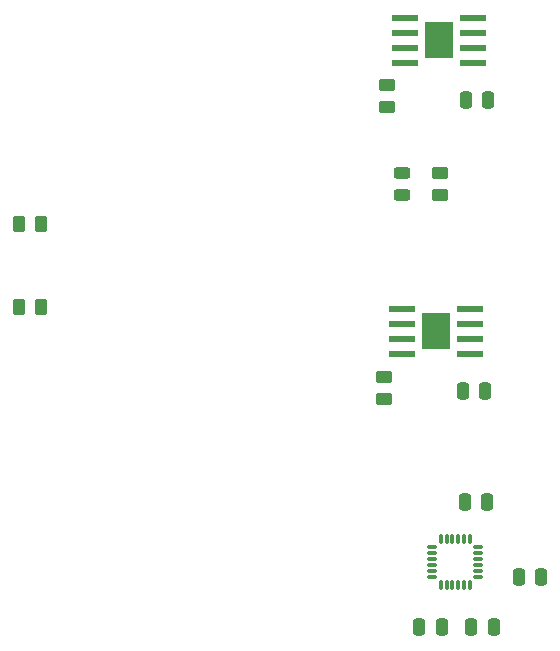
<source format=gtp>
%TF.GenerationSoftware,KiCad,Pcbnew,7.0.7*%
%TF.CreationDate,2023-11-09T13:19:11-08:00*%
%TF.ProjectId,Balance_Bot,42616c61-6e63-4655-9f42-6f742e6b6963,rev?*%
%TF.SameCoordinates,Original*%
%TF.FileFunction,Paste,Top*%
%TF.FilePolarity,Positive*%
%FSLAX46Y46*%
G04 Gerber Fmt 4.6, Leading zero omitted, Abs format (unit mm)*
G04 Created by KiCad (PCBNEW 7.0.7) date 2023-11-09 13:19:11*
%MOMM*%
%LPD*%
G01*
G04 APERTURE LIST*
G04 Aperture macros list*
%AMRoundRect*
0 Rectangle with rounded corners*
0 $1 Rounding radius*
0 $2 $3 $4 $5 $6 $7 $8 $9 X,Y pos of 4 corners*
0 Add a 4 corners polygon primitive as box body*
4,1,4,$2,$3,$4,$5,$6,$7,$8,$9,$2,$3,0*
0 Add four circle primitives for the rounded corners*
1,1,$1+$1,$2,$3*
1,1,$1+$1,$4,$5*
1,1,$1+$1,$6,$7*
1,1,$1+$1,$8,$9*
0 Add four rect primitives between the rounded corners*
20,1,$1+$1,$2,$3,$4,$5,0*
20,1,$1+$1,$4,$5,$6,$7,0*
20,1,$1+$1,$6,$7,$8,$9,0*
20,1,$1+$1,$8,$9,$2,$3,0*%
G04 Aperture macros list end*
%ADD10RoundRect,0.250000X-0.262500X-0.450000X0.262500X-0.450000X0.262500X0.450000X-0.262500X0.450000X0*%
%ADD11RoundRect,0.250000X-0.450000X0.262500X-0.450000X-0.262500X0.450000X-0.262500X0.450000X0.262500X0*%
%ADD12R,2.200000X0.500000*%
%ADD13R,2.400000X3.100000*%
%ADD14RoundRect,0.250000X0.250000X0.475000X-0.250000X0.475000X-0.250000X-0.475000X0.250000X-0.475000X0*%
%ADD15RoundRect,0.075000X-0.350000X-0.075000X0.350000X-0.075000X0.350000X0.075000X-0.350000X0.075000X0*%
%ADD16RoundRect,0.075000X0.075000X-0.350000X0.075000X0.350000X-0.075000X0.350000X-0.075000X-0.350000X0*%
%ADD17RoundRect,0.243750X0.456250X-0.243750X0.456250X0.243750X-0.456250X0.243750X-0.456250X-0.243750X0*%
%ADD18RoundRect,0.250000X0.450000X-0.262500X0.450000X0.262500X-0.450000X0.262500X-0.450000X-0.262500X0*%
%ADD19RoundRect,0.250000X-0.250000X-0.475000X0.250000X-0.475000X0.250000X0.475000X-0.250000X0.475000X0*%
G04 APERTURE END LIST*
D10*
%TO.C,R11*%
X125587500Y-89000000D03*
X127412500Y-89000000D03*
%TD*%
D11*
%TO.C,R8*%
X156464000Y-101957500D03*
X156464000Y-103782500D03*
%TD*%
D12*
%TO.C,U2*%
X164023000Y-71531000D03*
X164023000Y-72801000D03*
X164023000Y-74071000D03*
X164023000Y-75341000D03*
X158273000Y-75341000D03*
X158273000Y-74071000D03*
X158273000Y-72801000D03*
X158273000Y-71531000D03*
D13*
X161148000Y-73436000D03*
%TD*%
D14*
%TO.C,C5*%
X165288000Y-78486000D03*
X163388000Y-78486000D03*
%TD*%
%TO.C,C2*%
X165750000Y-123100000D03*
X163850000Y-123100000D03*
%TD*%
D15*
%TO.C,U1*%
X160550000Y-116350000D03*
X160550000Y-116850000D03*
X160550000Y-117350000D03*
X160550000Y-117850000D03*
X160550000Y-118350000D03*
X160550000Y-118850000D03*
D16*
X161250000Y-119550000D03*
X161750000Y-119550000D03*
X162250000Y-119550000D03*
X162750000Y-119550000D03*
X163250000Y-119550000D03*
X163750000Y-119550000D03*
D15*
X164450000Y-118850000D03*
X164450000Y-118350000D03*
X164450000Y-117850000D03*
X164450000Y-117350000D03*
X164450000Y-116850000D03*
X164450000Y-116350000D03*
D16*
X163750000Y-115650000D03*
X163250000Y-115650000D03*
X162750000Y-115650000D03*
X162250000Y-115650000D03*
X161750000Y-115650000D03*
X161250000Y-115650000D03*
%TD*%
D14*
%TO.C,C6*%
X165034000Y-103124000D03*
X163134000Y-103124000D03*
%TD*%
D11*
%TO.C,R1*%
X156718000Y-77216000D03*
X156718000Y-79041000D03*
%TD*%
D17*
%TO.C,D1*%
X158000000Y-86537500D03*
X158000000Y-84662500D03*
%TD*%
D12*
%TO.C,U4*%
X163769000Y-96169000D03*
X163769000Y-97439000D03*
X163769000Y-98709000D03*
X163769000Y-99979000D03*
X158019000Y-99979000D03*
X158019000Y-98709000D03*
X158019000Y-97439000D03*
X158019000Y-96169000D03*
D13*
X160894000Y-98074000D03*
%TD*%
D14*
%TO.C,C3*%
X161350000Y-123100000D03*
X159450000Y-123100000D03*
%TD*%
%TO.C,C1*%
X165200000Y-112492000D03*
X163300000Y-112492000D03*
%TD*%
D18*
%TO.C,R2*%
X161200000Y-84687500D03*
X161200000Y-86512500D03*
%TD*%
D10*
%TO.C,R10*%
X125587500Y-96000000D03*
X127412500Y-96000000D03*
%TD*%
D19*
%TO.C,C4*%
X169750000Y-118900000D03*
X167850000Y-118900000D03*
%TD*%
M02*

</source>
